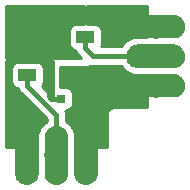
<source format=gbr>
G04 #@! TF.GenerationSoftware,KiCad,Pcbnew,(2017-05-31 revision c0bb8a30c)-makepkg*
G04 #@! TF.CreationDate,2017-07-13T16:13:42-05:00*
G04 #@! TF.ProjectId,45 Neo,3435204E656F2E6B696361645F706362,rev?*
G04 #@! TF.FileFunction,Copper,L1,Top,Signal*
G04 #@! TF.FilePolarity,Positive*
%FSLAX46Y46*%
G04 Gerber Fmt 4.6, Leading zero omitted, Abs format (unit mm)*
G04 Created by KiCad (PCBNEW (2017-05-31 revision c0bb8a30c)-makepkg) date 07/13/17 16:13:42*
%MOMM*%
%LPD*%
G01*
G04 APERTURE LIST*
%ADD10C,0.100000*%
%ADD11C,0.600000*%
%ADD12R,1.500000X1.000000*%
%ADD13C,2.000000*%
%ADD14R,0.800000X0.750000*%
%ADD15C,0.400000*%
%ADD16C,0.254000*%
G04 APERTURE END LIST*
D10*
D11*
X160000000Y-8500000D03*
X160000000Y-7500000D03*
X160000000Y-1500000D03*
X160000000Y-2500000D03*
X164800000Y-5000000D03*
X155000000Y-14800000D03*
X158500000Y-10000000D03*
X162000000Y-5000000D03*
D12*
X157450000Y-3400000D03*
X157450000Y-6600000D03*
X152550000Y-6600000D03*
X152550000Y-3400000D03*
D10*
G36*
X164998017Y-4004814D02*
X165095090Y-4019214D01*
X165190285Y-4043059D01*
X165282683Y-4076119D01*
X165371397Y-4118078D01*
X165455570Y-4168529D01*
X165534393Y-4226989D01*
X165607107Y-4292892D01*
X165673010Y-4365606D01*
X165731470Y-4444429D01*
X165781921Y-4528602D01*
X165823880Y-4617316D01*
X165856940Y-4709714D01*
X165880785Y-4804909D01*
X165895185Y-4901982D01*
X165900000Y-4999999D01*
X165900000Y-5000001D01*
X165895185Y-5098018D01*
X165880785Y-5195091D01*
X165856940Y-5290286D01*
X165823880Y-5382684D01*
X165781921Y-5471398D01*
X165731470Y-5555571D01*
X165673010Y-5634394D01*
X165607107Y-5707108D01*
X165534393Y-5773011D01*
X165455570Y-5831471D01*
X165371397Y-5881922D01*
X165282683Y-5923881D01*
X165190285Y-5956941D01*
X165095090Y-5980786D01*
X164998017Y-5995186D01*
X164900000Y-6000001D01*
X161900000Y-6000001D01*
X161801983Y-5995186D01*
X161704910Y-5980786D01*
X161609715Y-5956941D01*
X161517317Y-5923881D01*
X161428603Y-5881922D01*
X161344430Y-5831471D01*
X161265607Y-5773011D01*
X161192893Y-5707108D01*
X161126990Y-5634394D01*
X161068530Y-5555571D01*
X161018079Y-5471398D01*
X160976120Y-5382684D01*
X160943060Y-5290286D01*
X160919215Y-5195091D01*
X160904815Y-5098018D01*
X160900000Y-5000001D01*
X160900000Y-4999999D01*
X160904815Y-4901982D01*
X160919215Y-4804909D01*
X160943060Y-4709714D01*
X160976120Y-4617316D01*
X161018079Y-4528602D01*
X161068530Y-4444429D01*
X161126990Y-4365606D01*
X161192893Y-4292892D01*
X161265607Y-4226989D01*
X161344430Y-4168529D01*
X161428603Y-4118078D01*
X161517317Y-4076119D01*
X161609715Y-4043059D01*
X161704910Y-4019214D01*
X161801983Y-4004814D01*
X161900000Y-3999999D01*
X164900000Y-3999999D01*
X164998017Y-4004814D01*
X164998017Y-4004814D01*
G37*
D13*
X163400000Y-5000000D03*
D10*
G36*
X164998017Y-1504814D02*
X165095090Y-1519214D01*
X165190285Y-1543059D01*
X165282683Y-1576119D01*
X165371397Y-1618078D01*
X165455570Y-1668529D01*
X165534393Y-1726989D01*
X165607107Y-1792892D01*
X165673010Y-1865606D01*
X165731470Y-1944429D01*
X165781921Y-2028602D01*
X165823880Y-2117316D01*
X165856940Y-2209714D01*
X165880785Y-2304909D01*
X165895185Y-2401982D01*
X165900000Y-2499999D01*
X165900000Y-2500001D01*
X165895185Y-2598018D01*
X165880785Y-2695091D01*
X165856940Y-2790286D01*
X165823880Y-2882684D01*
X165781921Y-2971398D01*
X165731470Y-3055571D01*
X165673010Y-3134394D01*
X165607107Y-3207108D01*
X165534393Y-3273011D01*
X165455570Y-3331471D01*
X165371397Y-3381922D01*
X165282683Y-3423881D01*
X165190285Y-3456941D01*
X165095090Y-3480786D01*
X164998017Y-3495186D01*
X164900000Y-3500001D01*
X161900000Y-3500001D01*
X161801983Y-3495186D01*
X161704910Y-3480786D01*
X161609715Y-3456941D01*
X161517317Y-3423881D01*
X161428603Y-3381922D01*
X161344430Y-3331471D01*
X161265607Y-3273011D01*
X161192893Y-3207108D01*
X161126990Y-3134394D01*
X161068530Y-3055571D01*
X161018079Y-2971398D01*
X160976120Y-2882684D01*
X160943060Y-2790286D01*
X160919215Y-2695091D01*
X160904815Y-2598018D01*
X160900000Y-2500001D01*
X160900000Y-2499999D01*
X160904815Y-2401982D01*
X160919215Y-2304909D01*
X160943060Y-2209714D01*
X160976120Y-2117316D01*
X161018079Y-2028602D01*
X161068530Y-1944429D01*
X161126990Y-1865606D01*
X161192893Y-1792892D01*
X161265607Y-1726989D01*
X161344430Y-1668529D01*
X161428603Y-1618078D01*
X161517317Y-1576119D01*
X161609715Y-1543059D01*
X161704910Y-1519214D01*
X161801983Y-1504814D01*
X161900000Y-1499999D01*
X164900000Y-1499999D01*
X164998017Y-1504814D01*
X164998017Y-1504814D01*
G37*
D13*
X163400000Y-2500000D03*
D10*
G36*
X164998017Y-6504814D02*
X165095090Y-6519214D01*
X165190285Y-6543059D01*
X165282683Y-6576119D01*
X165371397Y-6618078D01*
X165455570Y-6668529D01*
X165534393Y-6726989D01*
X165607107Y-6792892D01*
X165673010Y-6865606D01*
X165731470Y-6944429D01*
X165781921Y-7028602D01*
X165823880Y-7117316D01*
X165856940Y-7209714D01*
X165880785Y-7304909D01*
X165895185Y-7401982D01*
X165900000Y-7499999D01*
X165900000Y-7500001D01*
X165895185Y-7598018D01*
X165880785Y-7695091D01*
X165856940Y-7790286D01*
X165823880Y-7882684D01*
X165781921Y-7971398D01*
X165731470Y-8055571D01*
X165673010Y-8134394D01*
X165607107Y-8207108D01*
X165534393Y-8273011D01*
X165455570Y-8331471D01*
X165371397Y-8381922D01*
X165282683Y-8423881D01*
X165190285Y-8456941D01*
X165095090Y-8480786D01*
X164998017Y-8495186D01*
X164900000Y-8500001D01*
X161900000Y-8500001D01*
X161801983Y-8495186D01*
X161704910Y-8480786D01*
X161609715Y-8456941D01*
X161517317Y-8423881D01*
X161428603Y-8381922D01*
X161344430Y-8331471D01*
X161265607Y-8273011D01*
X161192893Y-8207108D01*
X161126990Y-8134394D01*
X161068530Y-8055571D01*
X161018079Y-7971398D01*
X160976120Y-7882684D01*
X160943060Y-7790286D01*
X160919215Y-7695091D01*
X160904815Y-7598018D01*
X160900000Y-7500001D01*
X160900000Y-7499999D01*
X160904815Y-7401982D01*
X160919215Y-7304909D01*
X160943060Y-7209714D01*
X160976120Y-7117316D01*
X161018079Y-7028602D01*
X161068530Y-6944429D01*
X161126990Y-6865606D01*
X161192893Y-6792892D01*
X161265607Y-6726989D01*
X161344430Y-6668529D01*
X161428603Y-6618078D01*
X161517317Y-6576119D01*
X161609715Y-6543059D01*
X161704910Y-6519214D01*
X161801983Y-6504814D01*
X161900000Y-6499999D01*
X164900000Y-6499999D01*
X164998017Y-6504814D01*
X164998017Y-6504814D01*
G37*
D13*
X163400000Y-7500000D03*
D10*
G36*
X152598018Y-10904815D02*
X152695091Y-10919215D01*
X152790286Y-10943060D01*
X152882684Y-10976120D01*
X152971398Y-11018079D01*
X153055571Y-11068530D01*
X153134394Y-11126990D01*
X153207108Y-11192893D01*
X153273011Y-11265607D01*
X153331471Y-11344430D01*
X153381922Y-11428603D01*
X153423881Y-11517317D01*
X153456941Y-11609715D01*
X153480786Y-11704910D01*
X153495186Y-11801983D01*
X153500001Y-11900000D01*
X153500001Y-14900000D01*
X153495186Y-14998017D01*
X153480786Y-15095090D01*
X153456941Y-15190285D01*
X153423881Y-15282683D01*
X153381922Y-15371397D01*
X153331471Y-15455570D01*
X153273011Y-15534393D01*
X153207108Y-15607107D01*
X153134394Y-15673010D01*
X153055571Y-15731470D01*
X152971398Y-15781921D01*
X152882684Y-15823880D01*
X152790286Y-15856940D01*
X152695091Y-15880785D01*
X152598018Y-15895185D01*
X152500001Y-15900000D01*
X152499999Y-15900000D01*
X152401982Y-15895185D01*
X152304909Y-15880785D01*
X152209714Y-15856940D01*
X152117316Y-15823880D01*
X152028602Y-15781921D01*
X151944429Y-15731470D01*
X151865606Y-15673010D01*
X151792892Y-15607107D01*
X151726989Y-15534393D01*
X151668529Y-15455570D01*
X151618078Y-15371397D01*
X151576119Y-15282683D01*
X151543059Y-15190285D01*
X151519214Y-15095090D01*
X151504814Y-14998017D01*
X151499999Y-14900000D01*
X151499999Y-11900000D01*
X151504814Y-11801983D01*
X151519214Y-11704910D01*
X151543059Y-11609715D01*
X151576119Y-11517317D01*
X151618078Y-11428603D01*
X151668529Y-11344430D01*
X151726989Y-11265607D01*
X151792892Y-11192893D01*
X151865606Y-11126990D01*
X151944429Y-11068530D01*
X152028602Y-11018079D01*
X152117316Y-10976120D01*
X152209714Y-10943060D01*
X152304909Y-10919215D01*
X152401982Y-10904815D01*
X152499999Y-10900000D01*
X152500001Y-10900000D01*
X152598018Y-10904815D01*
X152598018Y-10904815D01*
G37*
D13*
X152500000Y-13400000D03*
D10*
G36*
X157598018Y-10904815D02*
X157695091Y-10919215D01*
X157790286Y-10943060D01*
X157882684Y-10976120D01*
X157971398Y-11018079D01*
X158055571Y-11068530D01*
X158134394Y-11126990D01*
X158207108Y-11192893D01*
X158273011Y-11265607D01*
X158331471Y-11344430D01*
X158381922Y-11428603D01*
X158423881Y-11517317D01*
X158456941Y-11609715D01*
X158480786Y-11704910D01*
X158495186Y-11801983D01*
X158500001Y-11900000D01*
X158500001Y-14900000D01*
X158495186Y-14998017D01*
X158480786Y-15095090D01*
X158456941Y-15190285D01*
X158423881Y-15282683D01*
X158381922Y-15371397D01*
X158331471Y-15455570D01*
X158273011Y-15534393D01*
X158207108Y-15607107D01*
X158134394Y-15673010D01*
X158055571Y-15731470D01*
X157971398Y-15781921D01*
X157882684Y-15823880D01*
X157790286Y-15856940D01*
X157695091Y-15880785D01*
X157598018Y-15895185D01*
X157500001Y-15900000D01*
X157499999Y-15900000D01*
X157401982Y-15895185D01*
X157304909Y-15880785D01*
X157209714Y-15856940D01*
X157117316Y-15823880D01*
X157028602Y-15781921D01*
X156944429Y-15731470D01*
X156865606Y-15673010D01*
X156792892Y-15607107D01*
X156726989Y-15534393D01*
X156668529Y-15455570D01*
X156618078Y-15371397D01*
X156576119Y-15282683D01*
X156543059Y-15190285D01*
X156519214Y-15095090D01*
X156504814Y-14998017D01*
X156499999Y-14900000D01*
X156499999Y-11900000D01*
X156504814Y-11801983D01*
X156519214Y-11704910D01*
X156543059Y-11609715D01*
X156576119Y-11517317D01*
X156618078Y-11428603D01*
X156668529Y-11344430D01*
X156726989Y-11265607D01*
X156792892Y-11192893D01*
X156865606Y-11126990D01*
X156944429Y-11068530D01*
X157028602Y-11018079D01*
X157117316Y-10976120D01*
X157209714Y-10943060D01*
X157304909Y-10919215D01*
X157401982Y-10904815D01*
X157499999Y-10900000D01*
X157500001Y-10900000D01*
X157598018Y-10904815D01*
X157598018Y-10904815D01*
G37*
D13*
X157500000Y-13400000D03*
D10*
G36*
X155098018Y-10904815D02*
X155195091Y-10919215D01*
X155290286Y-10943060D01*
X155382684Y-10976120D01*
X155471398Y-11018079D01*
X155555571Y-11068530D01*
X155634394Y-11126990D01*
X155707108Y-11192893D01*
X155773011Y-11265607D01*
X155831471Y-11344430D01*
X155881922Y-11428603D01*
X155923881Y-11517317D01*
X155956941Y-11609715D01*
X155980786Y-11704910D01*
X155995186Y-11801983D01*
X156000001Y-11900000D01*
X156000001Y-14900000D01*
X155995186Y-14998017D01*
X155980786Y-15095090D01*
X155956941Y-15190285D01*
X155923881Y-15282683D01*
X155881922Y-15371397D01*
X155831471Y-15455570D01*
X155773011Y-15534393D01*
X155707108Y-15607107D01*
X155634394Y-15673010D01*
X155555571Y-15731470D01*
X155471398Y-15781921D01*
X155382684Y-15823880D01*
X155290286Y-15856940D01*
X155195091Y-15880785D01*
X155098018Y-15895185D01*
X155000001Y-15900000D01*
X154999999Y-15900000D01*
X154901982Y-15895185D01*
X154804909Y-15880785D01*
X154709714Y-15856940D01*
X154617316Y-15823880D01*
X154528602Y-15781921D01*
X154444429Y-15731470D01*
X154365606Y-15673010D01*
X154292892Y-15607107D01*
X154226989Y-15534393D01*
X154168529Y-15455570D01*
X154118078Y-15371397D01*
X154076119Y-15282683D01*
X154043059Y-15190285D01*
X154019214Y-15095090D01*
X154004814Y-14998017D01*
X153999999Y-14900000D01*
X153999999Y-11900000D01*
X154004814Y-11801983D01*
X154019214Y-11704910D01*
X154043059Y-11609715D01*
X154076119Y-11517317D01*
X154118078Y-11428603D01*
X154168529Y-11344430D01*
X154226989Y-11265607D01*
X154292892Y-11192893D01*
X154365606Y-11126990D01*
X154444429Y-11068530D01*
X154528602Y-11018079D01*
X154617316Y-10976120D01*
X154709714Y-10943060D01*
X154804909Y-10919215D01*
X154901982Y-10904815D01*
X154999999Y-10900000D01*
X155000001Y-10900000D01*
X155098018Y-10904815D01*
X155098018Y-10904815D01*
G37*
D13*
X155000000Y-13400000D03*
D14*
X155350000Y-8600000D03*
X156850000Y-8600000D03*
D11*
X152500000Y-10000000D03*
X155000000Y-12000000D03*
X151500000Y-10000000D03*
X157500000Y-10000000D03*
D15*
X160000000Y-7500000D02*
X163400000Y-7500000D01*
X157500000Y-10000000D02*
X157500000Y-13400000D01*
X160000000Y-2500000D02*
X163400000Y-2500000D01*
X154350000Y-4050000D02*
X153700000Y-3400000D01*
X153700000Y-3400000D02*
X152550000Y-3400000D01*
X154350000Y-8400000D02*
X154350000Y-4050000D01*
X154550000Y-8600000D02*
X154350000Y-8400000D01*
X155350000Y-8600000D02*
X154550000Y-8600000D01*
X152500000Y-10000000D02*
X152500000Y-13400000D01*
X152550000Y-7500000D02*
X152550000Y-6600000D01*
X155000000Y-13400000D02*
X155000000Y-9950000D01*
X155000000Y-9950000D02*
X152550000Y-7500000D01*
X158100000Y-5000000D02*
X157450000Y-4350000D01*
X162000000Y-5000000D02*
X158100000Y-5000000D01*
X157450000Y-4350000D02*
X157450000Y-3400000D01*
D16*
G36*
X154673000Y-8442132D02*
X153765099Y-7534231D01*
X153830537Y-7454494D01*
X153889502Y-7344180D01*
X153925812Y-7224482D01*
X153938072Y-7100000D01*
X153938072Y-6100000D01*
X153925812Y-5975518D01*
X153889502Y-5855820D01*
X153830537Y-5745506D01*
X153751185Y-5648815D01*
X153654494Y-5569463D01*
X153544180Y-5510498D01*
X153424482Y-5474188D01*
X153300000Y-5461928D01*
X151800000Y-5461928D01*
X151675518Y-5474188D01*
X151555820Y-5510498D01*
X151445506Y-5569463D01*
X151348815Y-5648815D01*
X151269463Y-5745506D01*
X151210498Y-5855820D01*
X151174188Y-5975518D01*
X151161928Y-6100000D01*
X151161928Y-7100000D01*
X151174188Y-7224482D01*
X151210498Y-7344180D01*
X151269463Y-7454494D01*
X151348815Y-7551185D01*
X151445506Y-7630537D01*
X151555820Y-7689502D01*
X151675518Y-7725812D01*
X151752398Y-7733384D01*
X151753212Y-7736081D01*
X151774715Y-7810092D01*
X151776734Y-7813986D01*
X151778004Y-7818194D01*
X151814223Y-7886311D01*
X151849710Y-7954774D01*
X151852451Y-7958207D01*
X151854511Y-7962082D01*
X151903269Y-8021866D01*
X151951380Y-8082133D01*
X151957400Y-8088238D01*
X151957508Y-8088370D01*
X151957631Y-8088471D01*
X151959566Y-8090434D01*
X154165000Y-10295868D01*
X154165000Y-10497870D01*
X154089935Y-10537993D01*
X153841707Y-10741708D01*
X153637992Y-10989936D01*
X153486618Y-11273137D01*
X153393402Y-11580428D01*
X153361927Y-11900000D01*
X153361927Y-12665000D01*
X150735000Y-12665000D01*
X150735000Y-5427000D01*
X154673000Y-5427000D01*
X154673000Y-8442132D01*
X154673000Y-8442132D01*
G37*
X154673000Y-8442132D02*
X153765099Y-7534231D01*
X153830537Y-7454494D01*
X153889502Y-7344180D01*
X153925812Y-7224482D01*
X153938072Y-7100000D01*
X153938072Y-6100000D01*
X153925812Y-5975518D01*
X153889502Y-5855820D01*
X153830537Y-5745506D01*
X153751185Y-5648815D01*
X153654494Y-5569463D01*
X153544180Y-5510498D01*
X153424482Y-5474188D01*
X153300000Y-5461928D01*
X151800000Y-5461928D01*
X151675518Y-5474188D01*
X151555820Y-5510498D01*
X151445506Y-5569463D01*
X151348815Y-5648815D01*
X151269463Y-5745506D01*
X151210498Y-5855820D01*
X151174188Y-5975518D01*
X151161928Y-6100000D01*
X151161928Y-7100000D01*
X151174188Y-7224482D01*
X151210498Y-7344180D01*
X151269463Y-7454494D01*
X151348815Y-7551185D01*
X151445506Y-7630537D01*
X151555820Y-7689502D01*
X151675518Y-7725812D01*
X151752398Y-7733384D01*
X151753212Y-7736081D01*
X151774715Y-7810092D01*
X151776734Y-7813986D01*
X151778004Y-7818194D01*
X151814223Y-7886311D01*
X151849710Y-7954774D01*
X151852451Y-7958207D01*
X151854511Y-7962082D01*
X151903269Y-8021866D01*
X151951380Y-8082133D01*
X151957400Y-8088238D01*
X151957508Y-8088370D01*
X151957631Y-8088471D01*
X151959566Y-8090434D01*
X154165000Y-10295868D01*
X154165000Y-10497870D01*
X154089935Y-10537993D01*
X153841707Y-10741708D01*
X153637992Y-10989936D01*
X153486618Y-11273137D01*
X153393402Y-11580428D01*
X153361927Y-11900000D01*
X153361927Y-12665000D01*
X150735000Y-12665000D01*
X150735000Y-5427000D01*
X154673000Y-5427000D01*
X154673000Y-8442132D01*
G36*
X162665000Y-3361927D02*
X161900000Y-3361927D01*
X161580428Y-3393402D01*
X161273137Y-3486618D01*
X160989936Y-3637992D01*
X160741708Y-3841707D01*
X160537993Y-4089935D01*
X160497870Y-4165000D01*
X158778373Y-4165000D01*
X158789502Y-4144180D01*
X158825812Y-4024482D01*
X158838072Y-3900000D01*
X158838072Y-2900000D01*
X158825812Y-2775518D01*
X158789502Y-2655820D01*
X158730537Y-2545506D01*
X158651185Y-2448815D01*
X158554494Y-2369463D01*
X158444180Y-2310498D01*
X158324482Y-2274188D01*
X158200000Y-2261928D01*
X157627000Y-2261928D01*
X157627000Y-735000D01*
X162665000Y-735000D01*
X162665000Y-3361927D01*
X162665000Y-3361927D01*
G37*
X162665000Y-3361927D02*
X161900000Y-3361927D01*
X161580428Y-3393402D01*
X161273137Y-3486618D01*
X160989936Y-3637992D01*
X160741708Y-3841707D01*
X160537993Y-4089935D01*
X160497870Y-4165000D01*
X158778373Y-4165000D01*
X158789502Y-4144180D01*
X158825812Y-4024482D01*
X158838072Y-3900000D01*
X158838072Y-2900000D01*
X158825812Y-2775518D01*
X158789502Y-2655820D01*
X158730537Y-2545506D01*
X158651185Y-2448815D01*
X158554494Y-2369463D01*
X158444180Y-2310498D01*
X158324482Y-2274188D01*
X158200000Y-2261928D01*
X157627000Y-2261928D01*
X157627000Y-735000D01*
X162665000Y-735000D01*
X162665000Y-3361927D01*
G36*
X157926394Y-5816753D02*
X157930758Y-5817242D01*
X157934956Y-5818526D01*
X158011716Y-5826324D01*
X158088342Y-5834919D01*
X158096913Y-5834979D01*
X158097085Y-5834996D01*
X158097245Y-5834981D01*
X158100000Y-5835000D01*
X160497870Y-5835000D01*
X160537993Y-5910065D01*
X160741708Y-6158293D01*
X160989936Y-6362008D01*
X161273137Y-6513382D01*
X161580428Y-6606598D01*
X161900000Y-6638073D01*
X162665000Y-6638073D01*
X162665000Y-9265000D01*
X160000000Y-9265000D01*
X159931148Y-9271751D01*
X159862275Y-9278019D01*
X159859803Y-9278746D01*
X159857238Y-9278998D01*
X159791025Y-9298989D01*
X159724664Y-9318520D01*
X159722379Y-9319714D01*
X159719913Y-9320459D01*
X159658862Y-9352920D01*
X159597541Y-9384978D01*
X159595532Y-9386594D01*
X159593257Y-9387803D01*
X159539685Y-9431496D01*
X159485747Y-9474863D01*
X159484089Y-9476839D01*
X159482094Y-9478466D01*
X159438000Y-9531766D01*
X159393542Y-9584749D01*
X159392302Y-9587005D01*
X159390657Y-9588993D01*
X159357726Y-9649898D01*
X159324436Y-9710453D01*
X159323657Y-9712908D01*
X159322431Y-9715176D01*
X159301961Y-9781303D01*
X159281062Y-9847185D01*
X159280775Y-9849743D01*
X159280012Y-9852208D01*
X159272775Y-9921065D01*
X159265072Y-9989738D01*
X159265037Y-9994685D01*
X159265018Y-9994869D01*
X159265035Y-9995053D01*
X159265000Y-10000000D01*
X159265000Y-12665000D01*
X156638073Y-12665000D01*
X156638073Y-11900000D01*
X156606598Y-11580428D01*
X156513382Y-11273137D01*
X156362008Y-10989936D01*
X156158293Y-10741708D01*
X155910065Y-10537993D01*
X155835000Y-10497870D01*
X155835000Y-9950000D01*
X155827471Y-9873208D01*
X155820751Y-9796400D01*
X155819527Y-9792186D01*
X155819098Y-9787814D01*
X155796792Y-9713933D01*
X155775285Y-9639907D01*
X155773266Y-9636011D01*
X155771996Y-9631806D01*
X155761436Y-9611946D01*
X155874482Y-9600812D01*
X155994180Y-9564502D01*
X156104494Y-9505537D01*
X156201185Y-9426185D01*
X156280537Y-9329494D01*
X156339502Y-9219180D01*
X156375812Y-9099482D01*
X156388072Y-8975000D01*
X156388072Y-8225000D01*
X156375812Y-8100518D01*
X156339502Y-7980820D01*
X156280537Y-7870506D01*
X156201185Y-7773815D01*
X156104494Y-7694463D01*
X155994180Y-7635498D01*
X155874482Y-7599188D01*
X155750000Y-7586928D01*
X155327000Y-7586928D01*
X155327000Y-5935000D01*
X157500000Y-5935000D01*
X157743004Y-5886664D01*
X157872988Y-5799812D01*
X157926394Y-5816753D01*
X157926394Y-5816753D01*
G37*
X157926394Y-5816753D02*
X157930758Y-5817242D01*
X157934956Y-5818526D01*
X158011716Y-5826324D01*
X158088342Y-5834919D01*
X158096913Y-5834979D01*
X158097085Y-5834996D01*
X158097245Y-5834981D01*
X158100000Y-5835000D01*
X160497870Y-5835000D01*
X160537993Y-5910065D01*
X160741708Y-6158293D01*
X160989936Y-6362008D01*
X161273137Y-6513382D01*
X161580428Y-6606598D01*
X161900000Y-6638073D01*
X162665000Y-6638073D01*
X162665000Y-9265000D01*
X160000000Y-9265000D01*
X159931148Y-9271751D01*
X159862275Y-9278019D01*
X159859803Y-9278746D01*
X159857238Y-9278998D01*
X159791025Y-9298989D01*
X159724664Y-9318520D01*
X159722379Y-9319714D01*
X159719913Y-9320459D01*
X159658862Y-9352920D01*
X159597541Y-9384978D01*
X159595532Y-9386594D01*
X159593257Y-9387803D01*
X159539685Y-9431496D01*
X159485747Y-9474863D01*
X159484089Y-9476839D01*
X159482094Y-9478466D01*
X159438000Y-9531766D01*
X159393542Y-9584749D01*
X159392302Y-9587005D01*
X159390657Y-9588993D01*
X159357726Y-9649898D01*
X159324436Y-9710453D01*
X159323657Y-9712908D01*
X159322431Y-9715176D01*
X159301961Y-9781303D01*
X159281062Y-9847185D01*
X159280775Y-9849743D01*
X159280012Y-9852208D01*
X159272775Y-9921065D01*
X159265072Y-9989738D01*
X159265037Y-9994685D01*
X159265018Y-9994869D01*
X159265035Y-9995053D01*
X159265000Y-10000000D01*
X159265000Y-12665000D01*
X156638073Y-12665000D01*
X156638073Y-11900000D01*
X156606598Y-11580428D01*
X156513382Y-11273137D01*
X156362008Y-10989936D01*
X156158293Y-10741708D01*
X155910065Y-10537993D01*
X155835000Y-10497870D01*
X155835000Y-9950000D01*
X155827471Y-9873208D01*
X155820751Y-9796400D01*
X155819527Y-9792186D01*
X155819098Y-9787814D01*
X155796792Y-9713933D01*
X155775285Y-9639907D01*
X155773266Y-9636011D01*
X155771996Y-9631806D01*
X155761436Y-9611946D01*
X155874482Y-9600812D01*
X155994180Y-9564502D01*
X156104494Y-9505537D01*
X156201185Y-9426185D01*
X156280537Y-9329494D01*
X156339502Y-9219180D01*
X156375812Y-9099482D01*
X156388072Y-8975000D01*
X156388072Y-8225000D01*
X156375812Y-8100518D01*
X156339502Y-7980820D01*
X156280537Y-7870506D01*
X156201185Y-7773815D01*
X156104494Y-7694463D01*
X155994180Y-7635498D01*
X155874482Y-7599188D01*
X155750000Y-7586928D01*
X155327000Y-7586928D01*
X155327000Y-5935000D01*
X157500000Y-5935000D01*
X157743004Y-5886664D01*
X157872988Y-5799812D01*
X157926394Y-5816753D01*
G36*
X157373000Y-2261928D02*
X156700000Y-2261928D01*
X156575518Y-2274188D01*
X156455820Y-2310498D01*
X156345506Y-2369463D01*
X156248815Y-2448815D01*
X156169463Y-2545506D01*
X156110498Y-2655820D01*
X156074188Y-2775518D01*
X156061928Y-2900000D01*
X156061928Y-3900000D01*
X156074188Y-4024482D01*
X156110498Y-4144180D01*
X156169463Y-4254494D01*
X156248815Y-4351185D01*
X156345506Y-4430537D01*
X156455820Y-4489502D01*
X156575518Y-4525812D01*
X156636839Y-4531851D01*
X156653212Y-4586081D01*
X156674715Y-4660092D01*
X156676734Y-4663986D01*
X156678004Y-4668194D01*
X156714223Y-4736311D01*
X156749710Y-4804774D01*
X156752451Y-4808207D01*
X156754511Y-4812082D01*
X156803269Y-4871866D01*
X156851380Y-4932133D01*
X156857400Y-4938238D01*
X156857508Y-4938370D01*
X156857631Y-4938471D01*
X156859566Y-4940434D01*
X157092132Y-5173000D01*
X150735000Y-5173000D01*
X150735000Y-735000D01*
X157373000Y-735000D01*
X157373000Y-2261928D01*
X157373000Y-2261928D01*
G37*
X157373000Y-2261928D02*
X156700000Y-2261928D01*
X156575518Y-2274188D01*
X156455820Y-2310498D01*
X156345506Y-2369463D01*
X156248815Y-2448815D01*
X156169463Y-2545506D01*
X156110498Y-2655820D01*
X156074188Y-2775518D01*
X156061928Y-2900000D01*
X156061928Y-3900000D01*
X156074188Y-4024482D01*
X156110498Y-4144180D01*
X156169463Y-4254494D01*
X156248815Y-4351185D01*
X156345506Y-4430537D01*
X156455820Y-4489502D01*
X156575518Y-4525812D01*
X156636839Y-4531851D01*
X156653212Y-4586081D01*
X156674715Y-4660092D01*
X156676734Y-4663986D01*
X156678004Y-4668194D01*
X156714223Y-4736311D01*
X156749710Y-4804774D01*
X156752451Y-4808207D01*
X156754511Y-4812082D01*
X156803269Y-4871866D01*
X156851380Y-4932133D01*
X156857400Y-4938238D01*
X156857508Y-4938370D01*
X156857631Y-4938471D01*
X156859566Y-4940434D01*
X157092132Y-5173000D01*
X150735000Y-5173000D01*
X150735000Y-735000D01*
X157373000Y-735000D01*
X157373000Y-2261928D01*
M02*

</source>
